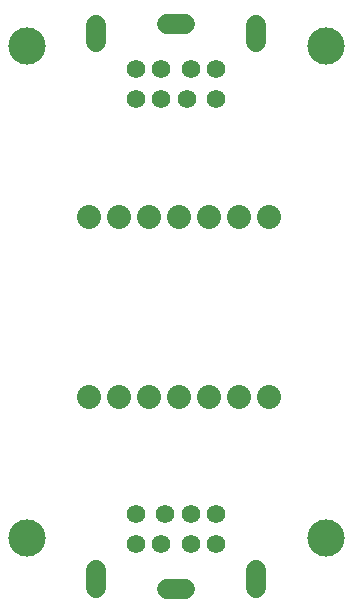
<source format=gbr>
G04 EAGLE Gerber RS-274X export*
G75*
%MOMM*%
%FSLAX34Y34*%
%LPD*%
%INSoldermask Bottom*%
%IPPOS*%
%AMOC8*
5,1,8,0,0,1.08239X$1,22.5*%
G01*
%ADD10C,3.152400*%
%ADD11C,1.560400*%
%ADD12C,1.652400*%
%ADD13C,2.032000*%


D10*
X54610Y508000D03*
X307340Y508000D03*
X54610Y91440D03*
X307340Y91440D03*
D11*
X193848Y86310D03*
X167848Y86310D03*
X214848Y86310D03*
X193848Y111310D03*
X146848Y86310D03*
X214848Y111310D03*
X171848Y111310D03*
X146848Y111310D03*
D12*
X173348Y48310D02*
X188348Y48310D01*
X248348Y48810D02*
X248348Y63810D01*
X113348Y63810D02*
X113348Y48810D01*
D11*
X167848Y488238D03*
X193848Y488238D03*
X146848Y488238D03*
X167848Y463238D03*
X214848Y488238D03*
X146848Y463238D03*
X189848Y463238D03*
X214848Y463238D03*
D12*
X188348Y526238D02*
X173348Y526238D01*
X113348Y525738D02*
X113348Y510738D01*
X248348Y510738D02*
X248348Y525738D01*
D13*
X106680Y363220D03*
X132080Y363220D03*
X157480Y363220D03*
X182880Y363220D03*
X208280Y363220D03*
X233680Y363220D03*
X259080Y363220D03*
X106680Y210820D03*
X132080Y210820D03*
X157480Y210820D03*
X182880Y210820D03*
X208280Y210820D03*
X233680Y210820D03*
X259080Y210820D03*
M02*

</source>
